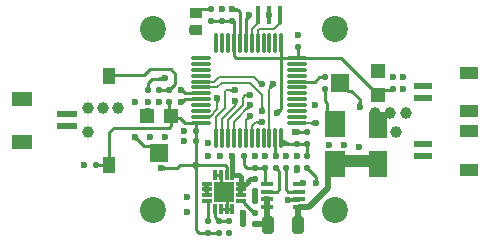
<source format=gtl>
G04*
G04 #@! TF.GenerationSoftware,Altium Limited,Altium Designer,21.9.2 (33)*
G04*
G04 Layer_Physical_Order=1*
G04 Layer_Color=255*
%FSLAX25Y25*%
%MOIN*%
G70*
G04*
G04 #@! TF.SameCoordinates,DE561362-EE76-411C-985F-06221E673FF8*
G04*
G04*
G04 #@! TF.FilePolarity,Positive*
G04*
G01*
G75*
%ADD12C,0.00787*%
%ADD15C,0.01000*%
%ADD25R,0.04700X0.04700*%
%ADD26R,0.05906X0.06299*%
%ADD27R,0.01181X0.06299*%
%ADD31C,0.01575*%
%ADD32R,0.03937X0.01575*%
%ADD33R,0.03937X0.05709*%
%ADD34R,0.06299X0.05906*%
%ADD35R,0.04700X0.04700*%
%ADD37R,0.06300X0.08500*%
%ADD38R,0.06500X0.08600*%
G04:AMPARAMS|DCode=44|XSize=20mil|YSize=20mil|CornerRadius=5mil|HoleSize=0mil|Usage=FLASHONLY|Rotation=180.000|XOffset=0mil|YOffset=0mil|HoleType=Round|Shape=RoundedRectangle|*
%AMROUNDEDRECTD44*
21,1,0.02000,0.01000,0,0,180.0*
21,1,0.01000,0.02000,0,0,180.0*
1,1,0.01000,-0.00500,0.00500*
1,1,0.01000,0.00500,0.00500*
1,1,0.01000,0.00500,-0.00500*
1,1,0.01000,-0.00500,-0.00500*
%
%ADD44ROUNDEDRECTD44*%
G04:AMPARAMS|DCode=45|XSize=20mil|YSize=20mil|CornerRadius=5mil|HoleSize=0mil|Usage=FLASHONLY|Rotation=90.000|XOffset=0mil|YOffset=0mil|HoleType=Round|Shape=RoundedRectangle|*
%AMROUNDEDRECTD45*
21,1,0.02000,0.01000,0,0,90.0*
21,1,0.01000,0.02000,0,0,90.0*
1,1,0.01000,0.00500,0.00500*
1,1,0.01000,0.00500,-0.00500*
1,1,0.01000,-0.00500,-0.00500*
1,1,0.01000,-0.00500,0.00500*
%
%ADD45ROUNDEDRECTD45*%
%ADD46R,0.04134X0.03740*%
%ADD47R,0.06102X0.01968*%
%ADD48R,0.05906X0.03937*%
%ADD49O,0.01181X0.07087*%
%ADD50O,0.07087X0.01181*%
%ADD51R,0.06614X0.06614*%
G04:AMPARAMS|DCode=52|XSize=33.86mil|YSize=10.24mil|CornerRadius=1.28mil|HoleSize=0mil|Usage=FLASHONLY|Rotation=0.000|XOffset=0mil|YOffset=0mil|HoleType=Round|Shape=RoundedRectangle|*
%AMROUNDEDRECTD52*
21,1,0.03386,0.00768,0,0,0.0*
21,1,0.03130,0.01024,0,0,0.0*
1,1,0.00256,0.01565,-0.00384*
1,1,0.00256,-0.01565,-0.00384*
1,1,0.00256,-0.01565,0.00384*
1,1,0.00256,0.01565,0.00384*
%
%ADD52ROUNDEDRECTD52*%
G04:AMPARAMS|DCode=53|XSize=33.86mil|YSize=10.24mil|CornerRadius=1.28mil|HoleSize=0mil|Usage=FLASHONLY|Rotation=90.000|XOffset=0mil|YOffset=0mil|HoleType=Round|Shape=RoundedRectangle|*
%AMROUNDEDRECTD53*
21,1,0.03386,0.00768,0,0,90.0*
21,1,0.03130,0.01024,0,0,90.0*
1,1,0.00256,0.00384,0.01565*
1,1,0.00256,0.00384,-0.01565*
1,1,0.00256,-0.00384,-0.01565*
1,1,0.00256,-0.00384,0.01565*
%
%ADD53ROUNDEDRECTD53*%
G04:AMPARAMS|DCode=54|XSize=59.06mil|YSize=39.37mil|CornerRadius=9.84mil|HoleSize=0mil|Usage=FLASHONLY|Rotation=90.000|XOffset=0mil|YOffset=0mil|HoleType=Round|Shape=RoundedRectangle|*
%AMROUNDEDRECTD54*
21,1,0.05906,0.01968,0,0,90.0*
21,1,0.03937,0.03937,0,0,90.0*
1,1,0.01968,0.00984,0.01968*
1,1,0.01968,0.00984,-0.01968*
1,1,0.01968,-0.00984,-0.01968*
1,1,0.01968,-0.00984,0.01968*
%
%ADD54ROUNDEDRECTD54*%
%ADD55R,0.07087X0.04724*%
%ADD56R,0.06102X0.02362*%
%ADD57C,0.01968*%
%ADD58C,0.01575*%
%ADD59C,0.00709*%
%ADD60C,0.03937*%
%ADD61C,0.02362*%
%ADD62C,0.03937*%
%ADD63C,0.08661*%
G36*
X-2982Y37650D02*
X-2915Y37589D01*
X-2842Y37535D01*
X-2762Y37489D01*
X-2675Y37449D01*
X-2582Y37417D01*
X-2482Y37392D01*
X-2375Y37374D01*
X-2261Y37363D01*
X-2141Y37359D01*
X-2264Y36359D01*
X-2384Y36357D01*
X-2607Y36334D01*
X-2711Y36314D01*
X-2810Y36288D01*
X-2903Y36257D01*
X-2992Y36220D01*
X-3074Y36177D01*
X-3152Y36129D01*
X-3224Y36075D01*
X-3041Y37718D01*
X-2982Y37650D01*
D02*
G37*
G36*
X1446Y33820D02*
X1432Y33816D01*
X1409Y33801D01*
X1377Y33776D01*
X1285Y33697D01*
X898Y33322D01*
X162Y34001D01*
X228Y34068D01*
X376Y34238D01*
X410Y34285D01*
X435Y34327D01*
X453Y34363D01*
X463Y34395D01*
X465Y34422D01*
X458Y34444D01*
X1446Y33820D01*
D02*
G37*
G36*
X-44089Y15765D02*
X-44017Y15709D01*
X-43938Y15660D01*
X-43853Y15618D01*
X-43763Y15582D01*
X-43666Y15552D01*
X-43564Y15529D01*
X-43455Y15513D01*
X-43341Y15503D01*
X-43221Y15500D01*
Y14500D01*
X-43341Y14497D01*
X-43455Y14487D01*
X-43564Y14471D01*
X-43666Y14448D01*
X-43763Y14418D01*
X-43853Y14382D01*
X-43938Y14340D01*
X-44017Y14291D01*
X-44089Y14235D01*
X-44157Y14173D01*
Y15827D01*
X-44089Y15765D01*
D02*
G37*
G36*
X-27235Y13075D02*
X-27308Y13128D01*
X-27386Y13176D01*
X-27469Y13218D01*
X-27557Y13254D01*
X-27651Y13284D01*
X-27750Y13310D01*
X-27854Y13329D01*
X-27963Y13343D01*
X-28078Y13351D01*
X-28198Y13354D01*
X-28335Y14354D01*
X-28215Y14358D01*
X-28101Y14369D01*
X-27994Y14387D01*
X-27894Y14412D01*
X-27801Y14445D01*
X-27715Y14484D01*
X-27636Y14532D01*
X-27563Y14586D01*
X-27498Y14648D01*
X-27439Y14716D01*
X-27235Y13075D01*
D02*
G37*
G36*
X4887Y13381D02*
X4973Y13315D01*
X5062Y13260D01*
X5155Y13215D01*
X5251Y13180D01*
X5350Y13156D01*
X5452Y13141D01*
X5558Y13137D01*
X5667Y13144D01*
X5779Y13160D01*
X4835Y11802D01*
X4812Y11923D01*
X4783Y12038D01*
X4749Y12149D01*
X4709Y12255D01*
X4663Y12357D01*
X4612Y12453D01*
X4556Y12545D01*
X4494Y12633D01*
X4427Y12715D01*
X4354Y12793D01*
X4804Y13456D01*
X4887Y13381D01*
D02*
G37*
G36*
X9805Y10859D02*
X9673Y10821D01*
X9428Y10736D01*
X9316Y10688D01*
X9112Y10584D01*
X9020Y10527D01*
X8935Y10467D01*
X8857Y10404D01*
X8786Y10337D01*
X8139Y10693D01*
X8213Y10774D01*
X8275Y10858D01*
X8325Y10947D01*
X8365Y11039D01*
X8393Y11135D01*
X8410Y11235D01*
X8416Y11339D01*
X8410Y11446D01*
X8393Y11557D01*
X8365Y11672D01*
X9805Y10859D01*
D02*
G37*
G36*
X-3844Y9173D02*
X-3930Y9256D01*
X-4019Y9329D01*
X-4110Y9394D01*
X-4204Y9450D01*
X-4300Y9498D01*
X-4400Y9537D01*
X-4501Y9567D01*
X-4606Y9589D01*
X-4713Y9602D01*
X-4822Y9606D01*
Y10394D01*
X-4713Y10398D01*
X-4606Y10411D01*
X-4501Y10433D01*
X-4400Y10463D01*
X-4300Y10502D01*
X-4204Y10550D01*
X-4110Y10606D01*
X-4019Y10671D01*
X-3930Y10745D01*
X-3844Y10827D01*
Y9173D01*
D02*
G37*
G36*
X-19816Y9932D02*
X-19801Y9909D01*
X-19776Y9877D01*
X-19697Y9785D01*
X-19322Y9398D01*
X-20001Y8662D01*
X-20068Y8728D01*
X-20238Y8876D01*
X-20285Y8910D01*
X-20327Y8935D01*
X-20363Y8953D01*
X-20395Y8963D01*
X-20422Y8964D01*
X-20444Y8958D01*
X-19820Y9946D01*
X-19816Y9932D01*
D02*
G37*
G36*
X1015Y7849D02*
X993Y7873D01*
X962Y7894D01*
X922Y7913D01*
X872Y7929D01*
X812Y7942D01*
X742Y7954D01*
X574Y7968D01*
X367Y7973D01*
Y8761D01*
X457Y8762D01*
X612Y8775D01*
X677Y8785D01*
X734Y8799D01*
X782Y8816D01*
X822Y8836D01*
X854Y8859D01*
X878Y8885D01*
X894Y8914D01*
X1015Y7849D01*
D02*
G37*
G36*
X-19322Y6602D02*
X-19415Y6508D01*
X-19691Y6190D01*
X-19736Y6126D01*
X-19771Y6068D01*
X-19797Y6016D01*
X-19814Y5970D01*
X-19821Y5931D01*
X-20555Y7094D01*
X-20509Y7081D01*
X-20460Y7078D01*
X-20407Y7084D01*
X-20350Y7100D01*
X-20290Y7126D01*
X-20227Y7161D01*
X-20160Y7207D01*
X-20089Y7262D01*
X-20015Y7326D01*
X-19938Y7401D01*
X-19322Y6602D01*
D02*
G37*
G36*
X-8256Y6570D02*
X-8329Y6481D01*
X-8394Y6390D01*
X-8450Y6296D01*
X-8498Y6200D01*
X-8537Y6100D01*
X-8567Y5999D01*
X-8589Y5894D01*
X-8602Y5787D01*
X-8606Y5678D01*
X-9394D01*
X-9398Y5787D01*
X-9411Y5894D01*
X-9433Y5999D01*
X-9463Y6100D01*
X-9502Y6200D01*
X-9550Y6296D01*
X-9606Y6390D01*
X-9671Y6481D01*
X-9745Y6570D01*
X-9827Y6656D01*
X-8173D01*
X-8256Y6570D01*
D02*
G37*
G36*
X39003Y6159D02*
X39013Y6044D01*
X39029Y5936D01*
X39052Y5834D01*
X39082Y5737D01*
X39118Y5647D01*
X39160Y5562D01*
X39209Y5483D01*
X39265Y5410D01*
X39327Y5344D01*
X37673D01*
X37735Y5410D01*
X37791Y5483D01*
X37840Y5562D01*
X37882Y5647D01*
X37918Y5737D01*
X37948Y5834D01*
X37971Y5936D01*
X37987Y6044D01*
X37997Y6159D01*
X38000Y6279D01*
X39000D01*
X39003Y6159D01*
D02*
G37*
G36*
X-2396Y5485D02*
X-2443Y5451D01*
X-2485Y5409D01*
X-2523Y5359D01*
X-2555Y5300D01*
X-2583Y5233D01*
X-2605Y5158D01*
X-2623Y5074D01*
X-2635Y4982D01*
X-2643Y4882D01*
X-2645Y4773D01*
X-3433D01*
X-3435Y4887D01*
X-3454Y5089D01*
X-3471Y5177D01*
X-3492Y5257D01*
X-3518Y5328D01*
X-3549Y5391D01*
X-3585Y5445D01*
X-3625Y5490D01*
X-3670Y5527D01*
X-2396Y5485D01*
D02*
G37*
G36*
X6398Y4713D02*
X6411Y4606D01*
X6433Y4501D01*
X6463Y4400D01*
X6502Y4300D01*
X6550Y4204D01*
X6606Y4110D01*
X6671Y4019D01*
X6745Y3930D01*
X6827Y3844D01*
X5173D01*
X5255Y3930D01*
X5329Y4019D01*
X5394Y4110D01*
X5450Y4204D01*
X5498Y4300D01*
X5537Y4400D01*
X5567Y4501D01*
X5589Y4606D01*
X5602Y4713D01*
X5606Y4822D01*
X6394D01*
X6398Y4713D01*
D02*
G37*
G36*
X1988Y3819D02*
X1869Y3816D01*
X1754Y3805D01*
X1644Y3787D01*
X1537Y3760D01*
X1435Y3726D01*
X1338Y3683D01*
X1244Y3632D01*
X1155Y3574D01*
X1070Y3508D01*
X990Y3433D01*
X433Y3990D01*
X508Y4070D01*
X574Y4155D01*
X632Y4244D01*
X683Y4338D01*
X726Y4435D01*
X760Y4537D01*
X787Y4644D01*
X805Y4754D01*
X816Y4869D01*
X819Y4988D01*
X1988Y3819D01*
D02*
G37*
G36*
X12611Y3404D02*
X12527Y3316D01*
X12452Y3228D01*
X12387Y3140D01*
X12330Y3052D01*
X12282Y2965D01*
X12244Y2878D01*
X12214Y2792D01*
X12194Y2705D01*
X12183Y2619D01*
X12181Y2534D01*
X11033Y3681D01*
X11119Y3683D01*
X11205Y3694D01*
X11292Y3714D01*
X11378Y3744D01*
X11465Y3782D01*
X11552Y3830D01*
X11640Y3887D01*
X11728Y3952D01*
X11816Y4027D01*
X11904Y4111D01*
X12611Y3404D01*
D02*
G37*
G36*
X1988Y319D02*
X1869Y316D01*
X1754Y305D01*
X1644Y287D01*
X1537Y260D01*
X1435Y225D01*
X1338Y183D01*
X1244Y132D01*
X1155Y74D01*
X1070Y8D01*
X990Y-67D01*
X433Y490D01*
X508Y570D01*
X574Y655D01*
X632Y744D01*
X683Y838D01*
X726Y935D01*
X760Y1037D01*
X787Y1144D01*
X805Y1254D01*
X816Y1369D01*
X819Y1488D01*
X1988Y319D01*
D02*
G37*
G36*
X5355Y-1416D02*
X5250Y-1351D01*
X5041Y-1242D01*
X4936Y-1197D01*
X4831Y-1160D01*
X4726Y-1129D01*
X4621Y-1106D01*
X4515Y-1088D01*
X4410Y-1078D01*
X4304Y-1075D01*
X4118Y-287D01*
X4231Y-283D01*
X4338Y-268D01*
X4439Y-244D01*
X4536Y-210D01*
X4626Y-166D01*
X4712Y-112D01*
X4791Y-49D01*
X4866Y24D01*
X4935Y107D01*
X4998Y199D01*
X5355Y-1416D01*
D02*
G37*
G36*
X22961Y-1709D02*
X22878Y-1624D01*
X22792Y-1548D01*
X22704Y-1482D01*
X22612Y-1424D01*
X22517Y-1375D01*
X22419Y-1335D01*
X22318Y-1304D01*
X22214Y-1282D01*
X22107Y-1268D01*
X21997Y-1264D01*
X22028Y-476D01*
X22137Y-472D01*
X22244Y-460D01*
X22348Y-439D01*
X22451Y-409D01*
X22551Y-371D01*
X22650Y-325D01*
X22746Y-271D01*
X22840Y-207D01*
X22932Y-136D01*
X23021Y-56D01*
X22961Y-1709D01*
D02*
G37*
G36*
X29074Y662D02*
X29212Y565D01*
X29353Y492D01*
X29497Y444D01*
X29645Y419D01*
X29796Y418D01*
X29950Y441D01*
X30108Y488D01*
X30269Y559D01*
X30433Y654D01*
X29766Y-1932D01*
X29656Y-1732D01*
X29122Y-890D01*
X29018Y-753D01*
X28711Y-403D01*
X28939Y783D01*
X29074Y662D01*
D02*
G37*
G36*
X17910Y-3235D02*
X17983Y-3291D01*
X18062Y-3340D01*
X18147Y-3382D01*
X18237Y-3418D01*
X18334Y-3448D01*
X18436Y-3471D01*
X18544Y-3487D01*
X18659Y-3497D01*
X18779Y-3500D01*
Y-4500D01*
X18659Y-4503D01*
X18544Y-4513D01*
X18436Y-4529D01*
X18334Y-4552D01*
X18237Y-4582D01*
X18147Y-4618D01*
X18062Y-4660D01*
X17983Y-4709D01*
X17910Y-4765D01*
X17843Y-4827D01*
Y-3173D01*
X17910Y-3235D01*
D02*
G37*
G36*
X-35315Y-5603D02*
X-35303Y-5694D01*
X-35282Y-5784D01*
X-35252Y-5874D01*
X-35214Y-5964D01*
X-35166Y-6053D01*
X-35110Y-6141D01*
X-35045Y-6229D01*
X-34971Y-6317D01*
X-34889Y-6404D01*
X-35596Y-7111D01*
X-35683Y-7029D01*
X-35771Y-6955D01*
X-35859Y-6890D01*
X-35947Y-6834D01*
X-36036Y-6786D01*
X-36126Y-6748D01*
X-36216Y-6718D01*
X-36306Y-6697D01*
X-36397Y-6684D01*
X-36488Y-6681D01*
X-35319Y-5512D01*
X-35315Y-5603D01*
D02*
G37*
G36*
X14051Y-6943D02*
X14110Y-7007D01*
X14177Y-7064D01*
X14252Y-7113D01*
X14335Y-7155D01*
X14425Y-7189D01*
X14523Y-7216D01*
X14629Y-7235D01*
X14742Y-7246D01*
X14863Y-7250D01*
X14621Y-8250D01*
X14501Y-8252D01*
X14277Y-8271D01*
X14172Y-8288D01*
X14072Y-8309D01*
X13977Y-8335D01*
X13888Y-8366D01*
X13803Y-8401D01*
X13724Y-8442D01*
X13649Y-8487D01*
X13999Y-6870D01*
X14051Y-6943D01*
D02*
G37*
G36*
X10862Y-10287D02*
X10873Y-10400D01*
X10891Y-10507D01*
X10916Y-10607D01*
X10949Y-10700D01*
X10988Y-10787D01*
X11035Y-10866D01*
X11090Y-10939D01*
X11151Y-11005D01*
X11220Y-11063D01*
X9578Y-11262D01*
X9631Y-11189D01*
X9679Y-11111D01*
X9721Y-11028D01*
X9757Y-10940D01*
X9788Y-10846D01*
X9813Y-10747D01*
X9833Y-10643D01*
X9847Y-10534D01*
X9855Y-10420D01*
X9858Y-10300D01*
X10858Y-10166D01*
X10862Y-10287D01*
D02*
G37*
G36*
X-3133Y-12809D02*
X-3137Y-12834D01*
X-3140Y-12873D01*
X-3149Y-13273D01*
X-3150Y-13528D01*
X-4724Y-13642D01*
X-4725Y-13507D01*
X-4760Y-12932D01*
X-4770Y-12903D01*
X-4781Y-12886D01*
X-3129Y-12798D01*
X-3133Y-12809D01*
D02*
G37*
G36*
X-15497Y-13341D02*
X-15487Y-13455D01*
X-15471Y-13564D01*
X-15448Y-13666D01*
X-15418Y-13763D01*
X-15382Y-13853D01*
X-15340Y-13938D01*
X-15291Y-14017D01*
X-15235Y-14089D01*
X-15173Y-14156D01*
X-16827D01*
X-16765Y-14089D01*
X-16709Y-14017D01*
X-16660Y-13938D01*
X-16618Y-13853D01*
X-16582Y-13763D01*
X-16552Y-13666D01*
X-16529Y-13564D01*
X-16513Y-13455D01*
X-16503Y-13341D01*
X-16500Y-13221D01*
X-15500D01*
X-15497Y-13341D01*
D02*
G37*
G36*
X-15089Y-14235D02*
X-15017Y-14291D01*
X-14938Y-14340D01*
X-14853Y-14382D01*
X-14763Y-14418D01*
X-14666Y-14448D01*
X-14564Y-14471D01*
X-14456Y-14487D01*
X-14341Y-14497D01*
X-14221Y-14500D01*
Y-15500D01*
X-14341Y-15503D01*
X-14456Y-15513D01*
X-14564Y-15529D01*
X-14666Y-15552D01*
X-14763Y-15582D01*
X-14853Y-15618D01*
X-14938Y-15660D01*
X-15017Y-15709D01*
X-15089Y-15765D01*
X-15157Y-15827D01*
Y-14173D01*
X-15089Y-14235D01*
D02*
G37*
G36*
X-16844Y-15827D02*
X-16910Y-15765D01*
X-16983Y-15709D01*
X-17062Y-15660D01*
X-17147Y-15618D01*
X-17237Y-15582D01*
X-17334Y-15552D01*
X-17436Y-15529D01*
X-17545Y-15513D01*
X-17659Y-15503D01*
X-17779Y-15500D01*
Y-14500D01*
X-17659Y-14497D01*
X-17545Y-14487D01*
X-17436Y-14471D01*
X-17334Y-14448D01*
X-17237Y-14418D01*
X-17147Y-14382D01*
X-17062Y-14340D01*
X-16983Y-14291D01*
X-16910Y-14235D01*
X-16844Y-14173D01*
Y-15827D01*
D02*
G37*
G36*
X-15235Y-15911D02*
X-15291Y-15983D01*
X-15340Y-16062D01*
X-15382Y-16147D01*
X-15418Y-16237D01*
X-15448Y-16334D01*
X-15471Y-16436D01*
X-15487Y-16544D01*
X-15497Y-16659D01*
X-15500Y-16779D01*
X-16500D01*
X-16503Y-16659D01*
X-16513Y-16544D01*
X-16529Y-16436D01*
X-16552Y-16334D01*
X-16582Y-16237D01*
X-16618Y-16147D01*
X-16660Y-16062D01*
X-16709Y-15983D01*
X-16765Y-15911D01*
X-16827Y-15844D01*
X-15173D01*
X-15235Y-15911D01*
D02*
G37*
G36*
X-26721Y-15235D02*
X-26648Y-15291D01*
X-26569Y-15340D01*
X-26484Y-15382D01*
X-26394Y-15418D01*
X-26297Y-15448D01*
X-26195Y-15471D01*
X-26087Y-15487D01*
X-25972Y-15497D01*
X-25852Y-15500D01*
Y-16500D01*
X-25972Y-16503D01*
X-26087Y-16513D01*
X-26195Y-16529D01*
X-26297Y-16552D01*
X-26394Y-16582D01*
X-26484Y-16618D01*
X-26569Y-16660D01*
X-26648Y-16709D01*
X-26721Y-16765D01*
X-26788Y-16827D01*
Y-15173D01*
X-26721Y-15235D01*
D02*
G37*
G36*
X24503Y-19341D02*
X24513Y-19455D01*
X24529Y-19564D01*
X24552Y-19666D01*
X24582Y-19763D01*
X24618Y-19853D01*
X24660Y-19938D01*
X24709Y-20017D01*
X24765Y-20089D01*
X24827Y-20156D01*
X23173D01*
X23235Y-20089D01*
X23291Y-20017D01*
X23340Y-19938D01*
X23382Y-19853D01*
X23418Y-19763D01*
X23448Y-19666D01*
X23471Y-19564D01*
X23487Y-19455D01*
X23497Y-19341D01*
X23500Y-19221D01*
X24500D01*
X24503Y-19341D01*
D02*
G37*
G36*
X-413Y-22172D02*
X-2067D01*
X-2059Y-22158D01*
X-2053Y-22130D01*
X-2047Y-22089D01*
X-2037Y-21967D01*
X-2028Y-21561D01*
X-2028Y-21427D01*
X-453D01*
X-413Y-22172D01*
D02*
G37*
G36*
X-12036Y-21324D02*
X-12026Y-21438D01*
X-12009Y-21546D01*
X-11985Y-21648D01*
X-11955Y-21743D01*
X-11918Y-21833D01*
X-11874Y-21916D01*
X-11823Y-21993D01*
X-11766Y-22064D01*
X-11702Y-22129D01*
X-13354Y-22185D01*
X-13295Y-22116D01*
X-13241Y-22041D01*
X-13194Y-21961D01*
X-13153Y-21875D01*
X-13118Y-21783D01*
X-13090Y-21686D01*
X-13068Y-21583D01*
X-13052Y-21475D01*
X-13043Y-21361D01*
X-13039Y-21241D01*
X-12039Y-21204D01*
X-12036Y-21324D01*
D02*
G37*
G36*
X-476Y-23926D02*
X-531Y-23999D01*
X-580Y-24078D01*
X-623Y-24163D01*
X-659Y-24253D01*
X-688Y-24350D01*
X-711Y-24452D01*
X-727Y-24560D01*
X-737Y-24674D01*
X-740Y-24794D01*
X-1740D01*
X-1743Y-24674D01*
X-1753Y-24560D01*
X-1770Y-24452D01*
X-1792Y-24350D01*
X-1822Y-24253D01*
X-1858Y-24163D01*
X-1900Y-24078D01*
X-1949Y-23999D01*
X-2005Y-23926D01*
X-2067Y-23859D01*
X-413D01*
X-476Y-23926D01*
D02*
G37*
G36*
X-11702Y-23871D02*
X-11766Y-23935D01*
X-11823Y-24007D01*
X-11874Y-24084D01*
X-11918Y-24167D01*
X-11955Y-24257D01*
X-11985Y-24352D01*
X-12009Y-24454D01*
X-12026Y-24562D01*
X-12036Y-24676D01*
X-12039Y-24796D01*
X-13039Y-24759D01*
X-13043Y-24640D01*
X-13052Y-24525D01*
X-13068Y-24417D01*
X-13090Y-24314D01*
X-13118Y-24216D01*
X-13153Y-24125D01*
X-13194Y-24039D01*
X-13241Y-23959D01*
X-13295Y-23884D01*
X-13354Y-23816D01*
X-11702Y-23871D01*
D02*
G37*
G36*
X15521Y-25625D02*
X15594Y-25681D01*
X15672Y-25730D01*
X15757Y-25772D01*
X15848Y-25808D01*
X15944Y-25837D01*
X16047Y-25860D01*
X16155Y-25877D01*
X16269Y-25886D01*
X16389Y-25890D01*
Y-26890D01*
X16269Y-26893D01*
X16155Y-26903D01*
X16047Y-26919D01*
X15944Y-26942D01*
X15848Y-26971D01*
X15757Y-27007D01*
X15672Y-27050D01*
X15594Y-27099D01*
X15521Y-27154D01*
X15454Y-27217D01*
Y-25563D01*
X15521Y-25625D01*
D02*
G37*
D12*
X-7358Y454D02*
X-3039Y4773D01*
X-7358Y-5945D02*
Y454D01*
X-3039Y4773D02*
Y6461D01*
X-3000Y6500D01*
X516Y16D02*
X2000Y1500D01*
X-5390Y-5945D02*
Y110D01*
X-500Y5000D02*
Y7500D01*
X-5390Y110D02*
X-500Y5000D01*
X-9327Y1173D02*
X-6500Y4000D01*
Y9500D01*
X-9327Y-5945D02*
Y1173D01*
X-6000Y10000D02*
X-3000D01*
X-6500Y9500D02*
X-6000Y10000D01*
X2484Y-2016D02*
X3819Y-681D01*
X2484Y-5945D02*
Y-2016D01*
X3819Y-681D02*
X5745D01*
X-3421Y-421D02*
X2000Y5000D01*
X516Y-5945D02*
Y16D01*
X-3421Y-5945D02*
Y-421D01*
X1867Y8367D02*
X2000Y8500D01*
X367Y8367D02*
X1867D01*
X-500Y7500D02*
X367Y8367D01*
X-7500Y12500D02*
X2000D01*
X-9016Y10984D02*
X-7500Y12500D01*
X2000D02*
X6000Y8500D01*
X-8500Y14500D02*
X3204D01*
X-14445Y12953D02*
X-10047D01*
X-8500Y14500D01*
X3204D02*
X5704Y12000D01*
X-14445Y10984D02*
X-9016D01*
X4453Y-5945D02*
Y-2992D01*
X6000Y3000D02*
Y8500D01*
X5704Y12000D02*
X6000D01*
X17488Y-870D02*
X23790D01*
X8390Y-5945D02*
Y610D01*
X-14410Y1176D02*
X-11457D01*
X-9000Y3634D02*
Y7500D01*
X-11457Y1176D02*
X-9000Y3634D01*
X12000Y32461D02*
Y32500D01*
X11744Y32244D02*
X11784D01*
X4989Y30500D02*
X10000D01*
X11784Y32244D02*
X12000Y32461D01*
X10000Y30500D02*
X11744Y32244D01*
X4528Y25192D02*
Y30039D01*
X4989Y30500D01*
X4500Y25164D02*
X4528Y25192D01*
X2500Y26066D02*
Y30500D01*
X4244Y32244D01*
X4303D02*
X4342Y32283D01*
Y32342D01*
X4244Y32244D02*
X4303D01*
Y34459D02*
X4697Y34853D01*
D15*
X24000Y-21000D02*
Y-19000D01*
X21000Y-16000D02*
X24000Y-19000D01*
X13250Y-7750D02*
X21000D01*
Y-12000D02*
Y-8000D01*
X18325Y-21161D02*
X18486Y-21000D01*
X19500D01*
X17000Y-4000D02*
X21000D01*
X46012Y10000D02*
X49209D01*
X44575Y8563D02*
X46012Y10000D01*
X-49500Y-15000D02*
X-45138D01*
X-45000Y-14862D01*
X14610Y-26390D02*
X18215D01*
X-1240Y-24984D02*
Y-23016D01*
X-3500Y29025D02*
Y33000D01*
X3500Y-16000D02*
X7000D01*
X7287Y-21161D02*
X7675D01*
X7000Y-20874D02*
Y-16000D01*
Y-20874D02*
X7287Y-21161D01*
X-24563Y1575D02*
X-23786Y798D01*
X-19673Y-827D02*
X-14445D01*
X-21298Y798D02*
X-19673Y-827D01*
X-23786Y798D02*
X-21298D01*
X-14445Y-827D02*
X-13945D01*
X5745Y-681D02*
X6000Y-426D01*
X-12539Y-24984D02*
Y-23016D01*
X-12516D02*
X-12500Y-23000D01*
X-12539Y-23016D02*
X-12516D01*
X-12539Y-23004D02*
Y-21047D01*
Y-23004D02*
X-12500D01*
X-15000Y37000D02*
X-11000D01*
X18215Y-26390D02*
X18325Y-26280D01*
X-27631Y-16000D02*
X-22500D01*
X-21500Y-15000D01*
X-2836Y20827D02*
X12327D01*
X11000Y2500D02*
X12327Y3827D01*
Y20827D01*
X-25000Y6000D02*
Y6500D01*
X-3421Y25945D02*
Y28947D01*
Y21413D02*
Y25945D01*
X-25000Y2513D02*
Y6000D01*
X17445Y20827D02*
X17916D01*
X12327D02*
X17445D01*
X27565Y1450D02*
Y5935D01*
Y1450D02*
X30315Y-1300D01*
X30615Y-1000D01*
X31500D01*
X34453Y9850D02*
X35650D01*
X38500Y4500D02*
Y7000D01*
X35650Y9850D02*
X38500Y7000D01*
X32000Y12303D02*
X34453Y9850D01*
X32000Y12303D02*
Y12500D01*
X-25086Y-2500D02*
X-24500Y-1914D01*
X-45000Y-4000D02*
X-43500Y-2500D01*
X-24500Y-1914D02*
Y0D01*
X-43500Y-2500D02*
X-25086D01*
X-21000Y6000D02*
X-20631D01*
X-19584Y7047D02*
X-14445D01*
X-20631Y6000D02*
X-19584Y7047D01*
X-21000Y10000D02*
X-20631D01*
X-19647Y9016D02*
X-14445D01*
X-20631Y10000D02*
X-19647Y9016D01*
X-36500Y-5500D02*
X-33453Y-8547D01*
X-30453D01*
X-28500Y-10500D01*
X-14445Y1142D02*
X-14410Y1176D01*
X-11000Y33000D02*
X-7500D01*
X-16000Y-15000D02*
X-6491D01*
X-16000D02*
Y-7000D01*
X-21500Y-15000D02*
X-16000D01*
X18000Y20910D02*
Y24500D01*
X17916Y20827D02*
X18000Y20910D01*
X1500Y34631D02*
Y35000D01*
X516Y33647D02*
X1500Y34631D01*
X516Y25945D02*
Y33647D01*
X-3421Y21413D02*
X-2836Y20827D01*
X-3471Y36989D02*
Y36990D01*
Y36989D02*
X-3342Y36859D01*
X-2039D01*
X-1453Y36274D01*
Y25945D02*
Y36274D01*
X19000Y20827D02*
X32311D01*
X-3500Y29025D02*
X-3421Y28947D01*
X10358Y-11858D02*
X10500Y-12000D01*
X10358Y-11858D02*
Y-5945D01*
X13000Y-7500D02*
X13250Y-7750D01*
X12327Y20827D02*
Y25945D01*
X17445Y12953D02*
X23453D01*
X25000Y14500D01*
X-7000Y33000D02*
X-4000D01*
X32311Y20827D02*
X44575Y8563D01*
X25000Y14500D02*
X27000D01*
Y6500D02*
Y10500D01*
X-45000Y15000D02*
X-33500D01*
X-31500Y17000D01*
X-24500D01*
X-24336Y10664D02*
X-23000Y12000D01*
Y15500D01*
X-24500Y17000D02*
X-23000Y15500D01*
X-32000Y12500D02*
X-30646Y13854D01*
X-26646D01*
X-32000Y10500D02*
Y12500D01*
X-26646Y13854D02*
X-26500Y14000D01*
X-29000Y10000D02*
X-26000D01*
X-15949Y-3449D02*
Y-882D01*
X-45000Y-14862D02*
Y-4000D01*
X27000Y6500D02*
X27565Y5935D01*
X17500Y-12000D02*
X17621Y-12121D01*
X-16000Y-7000D02*
Y-3500D01*
X-15949Y-3449D01*
X-16000Y-36414D02*
X-14914Y-37500D01*
X-16000Y-36414D02*
Y-15000D01*
X-12000Y-37500D02*
X-8500D01*
X-14914D02*
X-12000D01*
X-59Y-26953D02*
X-47Y-26965D01*
Y-27453D02*
X3000Y-30500D01*
Y-30500D02*
Y-30500D01*
X-47Y-27453D02*
Y-26965D01*
X-1240Y-26953D02*
X-59D01*
X3000Y-30500D02*
X3500Y-31000D01*
X-9831Y-32169D02*
X-8500Y-33500D01*
X-9831Y-32169D02*
Y-29661D01*
X-9843Y-29650D02*
X-9831Y-29661D01*
X-7562Y-33500D02*
X-5000D01*
X-5906Y-29650D02*
X-3937D01*
X-7874D02*
X-5906D01*
X-6890Y-24000D02*
X-5906Y-24984D01*
Y-29650D02*
Y-24984D01*
X-9843Y-18350D02*
X-7874D01*
Y-21884D02*
X-5968Y-23789D01*
X-7874Y-21884D02*
Y-18350D01*
X-5906D02*
Y-15586D01*
X-6491Y-15000D02*
X-5906Y-15586D01*
X0Y-15000D02*
Y-12000D01*
X1000Y-16000D02*
X3500D01*
X0Y-15000D02*
X1000Y-16000D01*
X-12000Y-32500D02*
Y-26953D01*
X7500Y-34500D02*
X8000Y-35000D01*
X14000Y-23000D02*
X14720Y-23720D01*
X14000Y-23000D02*
Y-16000D01*
X14720Y-23720D02*
X18325D01*
X10780D02*
X11500Y-23000D01*
X7675Y-23720D02*
X10780D01*
X11500Y-23000D02*
Y-17000D01*
X10500Y-16000D02*
X11500Y-17000D01*
X18288Y-28839D02*
X18325D01*
X18000Y-29126D02*
X18288Y-28839D01*
X-45000Y14862D02*
Y15000D01*
D25*
X44575Y16438D02*
D03*
Y8563D02*
D03*
D26*
X32000Y12500D02*
D03*
D27*
X11980Y35000D02*
D03*
X8240D02*
D03*
X4500D02*
D03*
D31*
X-9173Y-26283D02*
D03*
X-4606D02*
D03*
Y-21716D02*
D03*
X-9173D02*
D03*
X-6890Y-24000D02*
D03*
D32*
X7675Y-21161D02*
D03*
Y-23720D02*
D03*
Y-26280D02*
D03*
Y-28839D02*
D03*
X18325D02*
D03*
Y-26280D02*
D03*
Y-23720D02*
D03*
Y-21161D02*
D03*
D33*
X-45000Y-14862D02*
D03*
Y14862D02*
D03*
D34*
X-28500Y-11000D02*
D03*
D35*
X-24563Y1575D02*
D03*
X-32438D02*
D03*
D37*
X44500Y-1400D02*
D03*
Y-14600D02*
D03*
D38*
X30315Y-1300D02*
D03*
Y-14700D02*
D03*
D44*
X21000Y-12000D02*
D03*
Y-16000D02*
D03*
X17500Y-8000D02*
D03*
Y-4000D02*
D03*
X-11000Y33000D02*
D03*
Y37000D02*
D03*
X21000Y-8000D02*
D03*
Y-4000D02*
D03*
X53000Y14500D02*
D03*
Y10500D02*
D03*
X-32000Y10000D02*
D03*
Y6000D02*
D03*
X49500Y14500D02*
D03*
Y10500D02*
D03*
X27000Y14500D02*
D03*
Y10500D02*
D03*
X17500Y-16000D02*
D03*
Y-12000D02*
D03*
X14000Y-16000D02*
D03*
Y-12000D02*
D03*
X10500D02*
D03*
Y-16000D02*
D03*
X7000Y-12000D02*
D03*
Y-16000D02*
D03*
X3500D02*
D03*
Y-12000D02*
D03*
X-5000Y-37500D02*
D03*
Y-33500D02*
D03*
X3500Y-23500D02*
D03*
Y-19500D02*
D03*
X18000Y28500D02*
D03*
Y24500D02*
D03*
X-25000Y6000D02*
D03*
Y10000D02*
D03*
X-28500D02*
D03*
Y6000D02*
D03*
X-4000Y37000D02*
D03*
Y33000D02*
D03*
X-7500Y37000D02*
D03*
Y33000D02*
D03*
X-8500Y-33500D02*
D03*
Y-37500D02*
D03*
X-12000Y-33500D02*
D03*
Y-37500D02*
D03*
X3500Y-31000D02*
D03*
Y-27000D02*
D03*
D45*
X-49500Y-15000D02*
D03*
X-53500D02*
D03*
X0Y-12000D02*
D03*
X-4000D02*
D03*
X3500Y-34500D02*
D03*
X-500D02*
D03*
X-20000Y-3500D02*
D03*
X-16000D02*
D03*
X-20000Y-7000D02*
D03*
X-16000D02*
D03*
D46*
Y30146D02*
D03*
Y35854D02*
D03*
D47*
X59724Y7531D02*
D03*
Y11468D02*
D03*
Y-8032D02*
D03*
Y-11969D02*
D03*
D48*
X74980Y3083D02*
D03*
Y15917D02*
D03*
Y-3583D02*
D03*
Y-16417D02*
D03*
D49*
X12327Y25945D02*
D03*
X10358D02*
D03*
X8390D02*
D03*
X6421D02*
D03*
X4453D02*
D03*
X2484D02*
D03*
X516D02*
D03*
X-1453D02*
D03*
X-3421D02*
D03*
X-5390D02*
D03*
X-7358D02*
D03*
X-9327D02*
D03*
Y-5945D02*
D03*
X-7358D02*
D03*
X-5390D02*
D03*
X-3421D02*
D03*
X-1453D02*
D03*
X516D02*
D03*
X2484D02*
D03*
X4453D02*
D03*
X6421D02*
D03*
X8390D02*
D03*
X10358D02*
D03*
X12327D02*
D03*
D50*
X-14445Y20827D02*
D03*
Y18858D02*
D03*
Y16890D02*
D03*
Y14921D02*
D03*
Y12953D02*
D03*
Y10984D02*
D03*
Y9016D02*
D03*
Y7047D02*
D03*
Y5079D02*
D03*
Y3110D02*
D03*
Y1142D02*
D03*
Y-827D02*
D03*
X17445D02*
D03*
Y1142D02*
D03*
Y3110D02*
D03*
Y5079D02*
D03*
Y7047D02*
D03*
Y9016D02*
D03*
Y10984D02*
D03*
Y12953D02*
D03*
Y14921D02*
D03*
Y16890D02*
D03*
Y18858D02*
D03*
Y20827D02*
D03*
D51*
X-6890Y-24000D02*
D03*
D52*
X-1240Y-21047D02*
D03*
Y-23016D02*
D03*
Y-24984D02*
D03*
Y-26953D02*
D03*
X-12539D02*
D03*
Y-24984D02*
D03*
Y-23016D02*
D03*
Y-21047D02*
D03*
D53*
X-9843Y-18350D02*
D03*
X-7874D02*
D03*
X-5906D02*
D03*
X-3937D02*
D03*
Y-29650D02*
D03*
X-5906D02*
D03*
X-7874D02*
D03*
X-9843D02*
D03*
D54*
X18000Y-35000D02*
D03*
X8000Y-35000D02*
D03*
D55*
X-73980Y-7087D02*
D03*
Y7087D02*
D03*
D56*
X-58724Y-1969D02*
D03*
Y1969D02*
D03*
D57*
X-500Y-34500D02*
Y-31000D01*
X18325Y-28839D02*
X21662D01*
X28049Y-22451D01*
Y-18016D01*
X30065Y-16000D01*
X30315D01*
Y-14700D01*
X3484Y-19516D02*
X3500Y-19500D01*
Y-27000D02*
Y-25500D01*
Y-23500D01*
X7675Y-34675D02*
Y-28839D01*
Y-34675D02*
X8000Y-35000D01*
X3500Y-34500D02*
X7500D01*
X7675Y-28801D02*
Y-26280D01*
X18000Y-35000D02*
Y-29126D01*
D58*
X-1240Y-23016D02*
Y-21047D01*
X-1826Y-18350D02*
X-1240Y-18936D01*
X453Y-21047D02*
X1984Y-19516D01*
X3484D01*
X-1240Y-21047D02*
X453D01*
X-1240D02*
Y-18936D01*
X-3937Y-18350D02*
X-1826D01*
X-3937D02*
Y-12063D01*
D59*
X9500Y11552D02*
Y12000D01*
X8390Y10442D02*
X9500Y11552D01*
X8390Y610D02*
Y10442D01*
X17445Y-827D02*
X17488Y-870D01*
X23790D02*
X23834Y-913D01*
D60*
X31500Y-13500D02*
X41500D01*
D61*
X-17500Y30000D02*
D03*
X24000Y-21000D02*
D03*
X17000Y-4000D02*
D03*
X17500Y-16500D02*
D03*
X19500Y-21000D02*
D03*
X38219Y-9000D02*
D03*
X53000Y10500D02*
D03*
X-53500Y-15000D02*
D03*
X49500Y14500D02*
D03*
X45500Y17500D02*
D03*
X-500Y-31000D02*
D03*
X14610Y-26390D02*
D03*
X-1240Y-23016D02*
D03*
X14000Y-12000D02*
D03*
X-12000Y-7500D02*
D03*
Y-12000D02*
D03*
X-8000D02*
D03*
X-3000Y6500D02*
D03*
Y10000D02*
D03*
X2000Y1500D02*
D03*
Y5000D02*
D03*
X-12500Y-23000D02*
D03*
X-19000Y-30500D02*
D03*
X59500Y-8000D02*
D03*
X-61500Y-2000D02*
D03*
X2000Y8500D02*
D03*
X6000Y12000D02*
D03*
X-27631Y-16000D02*
D03*
X18000Y28500D02*
D03*
X9500Y12000D02*
D03*
X6000Y3000D02*
D03*
X60000Y7500D02*
D03*
Y11500D02*
D03*
X-16000Y-15000D02*
D03*
X-36500Y6000D02*
D03*
X-45000Y15000D02*
D03*
X-32000Y3000D02*
D03*
X11000Y2500D02*
D03*
X23834Y-913D02*
D03*
X38500Y4500D02*
D03*
X6000Y-426D02*
D03*
X23500Y5000D02*
D03*
X33320Y-8126D02*
D03*
X28320D02*
D03*
X-21000Y10000D02*
D03*
Y6000D02*
D03*
X-9000Y7500D02*
D03*
X-26500Y-5500D02*
D03*
X-31500D02*
D03*
X-36500D02*
D03*
X8240Y35000D02*
D03*
X1500D02*
D03*
X13000Y-7500D02*
D03*
X30575Y-13998D02*
D03*
X53000Y14500D02*
D03*
X-26500Y14000D02*
D03*
X-32000Y6000D02*
D03*
X-28500D02*
D03*
X-7500Y37000D02*
D03*
X-19000Y-25500D02*
D03*
X10500Y-12000D02*
D03*
X7000D02*
D03*
X-4000D02*
D03*
X17500D02*
D03*
X3500D02*
D03*
Y-25500D02*
D03*
X7675Y-26280D02*
D03*
X-20000Y-7000D02*
D03*
Y-3500D02*
D03*
X-61500Y2000D02*
D03*
X59500Y-12000D02*
D03*
X-3971Y36990D02*
D03*
D62*
X-52000Y-4000D02*
D03*
X50559Y-3964D02*
D03*
X54000Y2500D02*
D03*
X31500Y-1000D02*
D03*
X48500Y2500D02*
D03*
X-42000Y4000D02*
D03*
X-47000D02*
D03*
X-52000D02*
D03*
X43500Y2500D02*
D03*
D63*
X30315Y-30000D02*
D03*
X-30315D02*
D03*
Y30500D02*
D03*
X30315D02*
D03*
M02*

</source>
